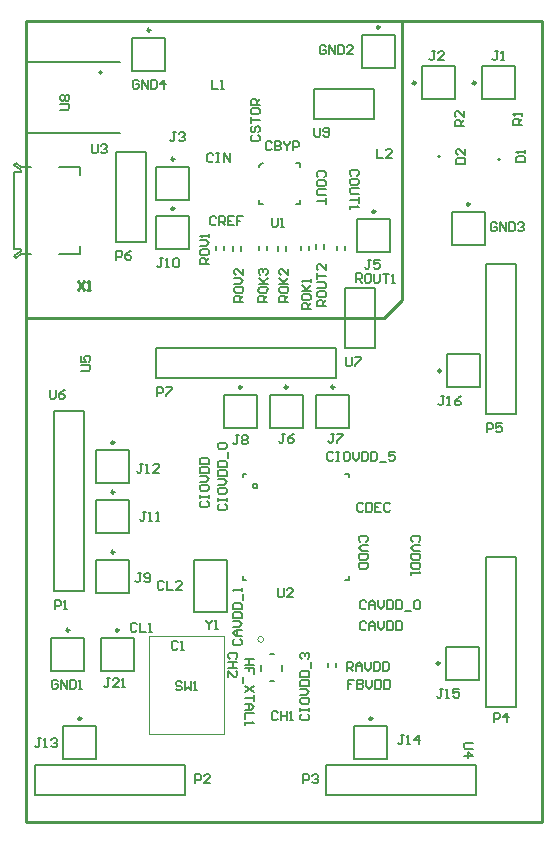
<source format=gto>
G04 Layer_Color=65535*
%FSLAX25Y25*%
%MOIN*%
G70*
G01*
G75*
%ADD28C,0.01000*%
%ADD40C,0.00984*%
%ADD41C,0.00000*%
%ADD42C,0.00500*%
%ADD43C,0.00800*%
%ADD44C,0.00591*%
%ADD45C,0.00787*%
%ADD46C,0.00600*%
%ADD47C,0.00200*%
D28*
X125500Y174000D02*
Y267000D01*
X6000Y168000D02*
X119500D01*
X0D02*
X6000D01*
X157380Y221153D02*
X157620D01*
X137380Y222153D02*
X137620D01*
X119500Y168000D02*
X125500Y174000D01*
X17500Y180499D02*
X19499Y177500D01*
Y180499D02*
X17500Y177500D01*
X20499D02*
X21499D01*
X20999D01*
Y180499D01*
X20499Y179999D01*
X0Y267000D02*
X172000D01*
X0Y0D02*
Y267000D01*
Y0D02*
X172000D01*
Y267000D01*
D40*
X102792Y145071D02*
G03*
X102792Y145071I-492J0D01*
G01*
X87292D02*
G03*
X87292Y145071I-492J0D01*
G01*
X71992D02*
G03*
X71992Y145071I-492J0D01*
G01*
X117992Y265071D02*
G03*
X117992Y265071I-492J0D01*
G01*
X49492Y221071D02*
G03*
X49492Y221071I-492J0D01*
G01*
X149921Y246500D02*
G03*
X149921Y246500I-492J0D01*
G01*
X129921D02*
G03*
X129921Y246500I-492J0D01*
G01*
X30992Y64071D02*
G03*
X30992Y64071I-492J0D01*
G01*
X29492Y126571D02*
G03*
X29492Y126571I-492J0D01*
G01*
X41492Y264071D02*
G03*
X41492Y264071I-492J0D01*
G01*
X14492Y64071D02*
G03*
X14492Y64071I-492J0D01*
G01*
X138421Y150500D02*
G03*
X138421Y150500I-492J0D01*
G01*
X137921Y53000D02*
G03*
X137921Y53000I-492J0D01*
G01*
X29492Y110071D02*
G03*
X29492Y110071I-492J0D01*
G01*
X49492Y204571D02*
G03*
X49492Y204571I-492J0D01*
G01*
X29492Y90071D02*
G03*
X29492Y90071I-492J0D01*
G01*
X116492Y203571D02*
G03*
X116492Y203571I-492J0D01*
G01*
X115492Y34571D02*
G03*
X115492Y34571I-492J0D01*
G01*
X18492D02*
G03*
X18492Y34571I-492J0D01*
G01*
X147992Y206071D02*
G03*
X147992Y206071I-492J0D01*
G01*
D41*
X79299Y60988D02*
G03*
X79299Y60988I-984J0D01*
G01*
D42*
X25500Y250000D02*
G03*
X25500Y250000I-500J0D01*
G01*
X56200Y70200D02*
Y87400D01*
X66900D01*
Y70200D02*
Y87400D01*
X56200Y70200D02*
X66900D01*
X81500Y56000D02*
X82681D01*
X78500Y50532D02*
Y52500D01*
X81500Y47000D02*
X82681D01*
X85500Y50532D02*
Y52500D01*
X51999Y46499D02*
X51499Y46999D01*
X50500D01*
X50000Y46499D01*
Y45999D01*
X50500Y45500D01*
X51499D01*
X51999Y45000D01*
Y44500D01*
X51499Y44000D01*
X50500D01*
X50000Y44500D01*
X52999Y46999D02*
Y44000D01*
X53999Y45000D01*
X54998Y44000D01*
Y46999D01*
X55998Y44000D02*
X56998D01*
X56498D01*
Y46999D01*
X55998Y46499D01*
X165500Y232500D02*
X162501D01*
Y233999D01*
X163001Y234499D01*
X164000D01*
X164500Y233999D01*
Y232500D01*
Y233500D02*
X165500Y234499D01*
Y235499D02*
Y236499D01*
Y235999D01*
X162501D01*
X163001Y235499D01*
X96100Y231599D02*
Y229100D01*
X96600Y228600D01*
X97600D01*
X98099Y229100D01*
Y231599D01*
X99099Y229100D02*
X99599Y228600D01*
X100599D01*
X101098Y229100D01*
Y231099D01*
X100599Y231599D01*
X99599D01*
X99099Y231099D01*
Y230599D01*
X99599Y230100D01*
X101098D01*
X106600Y155099D02*
Y152600D01*
X107100Y152100D01*
X108099D01*
X108599Y152600D01*
Y155099D01*
X109599D02*
X111598D01*
Y154599D01*
X109599Y152600D01*
Y152100D01*
X60000Y67499D02*
Y66999D01*
X61000Y66000D01*
X61999Y66999D01*
Y67499D01*
X61000Y66000D02*
Y64500D01*
X62999D02*
X63999D01*
X63499D01*
Y67499D01*
X62999Y66999D01*
X11501Y237500D02*
X14000D01*
X14500Y238000D01*
Y239000D01*
X14000Y239499D01*
X11501D01*
X12001Y240499D02*
X11501Y240999D01*
Y241999D01*
X12001Y242498D01*
X12501D01*
X13001Y241999D01*
X13500Y242498D01*
X14000D01*
X14500Y241999D01*
Y240999D01*
X14000Y240499D01*
X13500D01*
X13001Y240999D01*
X12501Y240499D01*
X12001D01*
X13001Y240999D02*
Y241999D01*
X75999Y54500D02*
X73000D01*
X74499D01*
Y52501D01*
X75999D01*
X73000D01*
X75999Y49502D02*
Y51501D01*
X74499D01*
Y50501D01*
Y51501D01*
X73000D01*
X72500Y48502D02*
Y46503D01*
X75999Y45503D02*
X73000Y43504D01*
X75999D02*
X73000Y45503D01*
X75999Y42504D02*
Y40505D01*
Y41504D01*
X73000D01*
Y39505D02*
X74999D01*
X75999Y38505D01*
X74999Y37505D01*
X73000D01*
X74499D01*
Y39505D01*
X75999Y36506D02*
X73000D01*
Y34506D01*
Y33507D02*
Y32507D01*
Y33007D01*
X75999D01*
X75499Y33507D01*
X143501Y219500D02*
X146500D01*
Y221000D01*
X146000Y221499D01*
X144001D01*
X143501Y221000D01*
Y219500D01*
X146500Y224498D02*
Y222499D01*
X144501Y224498D01*
X144001D01*
X143501Y223998D01*
Y222999D01*
X144001Y222499D01*
X163501Y220000D02*
X166500D01*
Y221499D01*
X166000Y221999D01*
X164001D01*
X163501Y221499D01*
Y220000D01*
X166500Y222999D02*
Y223999D01*
Y223499D01*
X163501D01*
X164001Y222999D01*
X72500Y173500D02*
X69501Y173480D01*
X69491Y174980D01*
X69988Y175483D01*
X70987Y175490D01*
X71491Y174993D01*
X71500Y173494D01*
X71494Y174493D02*
X72487Y175499D01*
X69472Y177979D02*
X69478Y176979D01*
X69981Y176483D01*
X71981Y176496D01*
X72477Y176999D01*
X72471Y177998D01*
X71968Y178495D01*
X69968Y178482D01*
X69472Y177979D01*
X69462Y179479D02*
X71461Y179491D01*
X72455Y180498D01*
X71448Y181491D01*
X69449Y181478D01*
X72429Y184496D02*
X72442Y182497D01*
X70429Y184483D01*
X69929Y184480D01*
X69433Y183977D01*
X69439Y182977D01*
X69942Y182481D01*
X61000Y186000D02*
X58002Y186055D01*
X58029Y187554D01*
X58538Y188045D01*
X59537Y188026D01*
X60028Y187517D01*
X60000Y186018D01*
X60019Y187018D02*
X61036Y187999D01*
X58084Y190553D02*
X58065Y189553D01*
X58556Y189044D01*
X60555Y189008D01*
X61064Y189498D01*
X61082Y190498D01*
X60592Y191007D01*
X58592Y191043D01*
X58084Y190553D01*
X58111Y192052D02*
X60110Y192015D01*
X61128Y192997D01*
X60146Y194014D01*
X58148Y194051D01*
X61164Y194996D02*
X61183Y195995D01*
X61173Y195495D01*
X58175Y195550D01*
X58666Y195041D01*
X100114Y172016D02*
X97115Y171988D01*
X97101Y173488D01*
X97597Y173992D01*
X98596Y174001D01*
X99101Y173506D01*
X99115Y172007D01*
X99105Y173006D02*
X100096Y174015D01*
X97074Y176487D02*
X97083Y175487D01*
X97588Y174992D01*
X99587Y175010D01*
X100082Y175514D01*
X100073Y176514D01*
X99568Y177009D01*
X97569Y176991D01*
X97074Y176487D01*
X97060Y177986D02*
X99559Y178009D01*
X100055Y178513D01*
X100045Y179513D01*
X99541Y180008D01*
X97042Y179985D01*
X97033Y180985D02*
X97014Y182984D01*
X97024Y181985D01*
X100022Y182012D01*
X99986Y186011D02*
X100004Y184011D01*
X97987Y185992D01*
X97487Y185988D01*
X96991Y185483D01*
X97001Y184484D01*
X97505Y183988D01*
X110000Y180000D02*
X110062Y182998D01*
X111561Y182967D01*
X112050Y182457D01*
X112030Y181458D01*
X111520Y180969D01*
X110021Y181000D01*
X111020Y180979D02*
X111999Y179959D01*
X114559Y182906D02*
X113560Y182926D01*
X113050Y182437D01*
X113009Y180438D01*
X113498Y179928D01*
X114498Y179907D01*
X115008Y180397D01*
X115049Y182396D01*
X114559Y182906D01*
X116059Y182875D02*
X116007Y180376D01*
X116497Y179866D01*
X117496Y179845D01*
X118006Y180335D01*
X118058Y182834D01*
X119057Y182813D02*
X121056Y182772D01*
X120056Y182792D01*
X119995Y179794D01*
X121994Y179753D02*
X122993Y179732D01*
X122493Y179742D01*
X122555Y182741D01*
X122045Y182251D01*
X80500Y173500D02*
X77501Y173545D01*
X77524Y175045D01*
X78031Y175537D01*
X79031Y175522D01*
X79523Y175014D01*
X79500Y173515D01*
X79516Y174515D02*
X80530Y175499D01*
X77570Y178043D02*
X77554Y177044D01*
X78047Y176537D01*
X80046Y176506D01*
X80553Y176998D01*
X80568Y177998D01*
X80076Y178505D01*
X78077Y178536D01*
X77570Y178043D01*
X77592Y179543D02*
X80591Y179497D01*
X79591Y179513D01*
X77622Y181542D01*
X79099Y180020D01*
X80621Y181497D01*
X78137Y182534D02*
X77645Y183041D01*
X77660Y184041D01*
X78168Y184533D01*
X78667Y184526D01*
X79160Y184018D01*
X79152Y183518D01*
X79160Y184018D01*
X79667Y184510D01*
X80167Y184503D01*
X80659Y183995D01*
X80644Y182996D01*
X80137Y182504D01*
X87500Y173500D02*
X84501Y173482D01*
X84492Y174982D01*
X84989Y175485D01*
X85989Y175490D01*
X86492Y174994D01*
X86500Y173494D01*
X86494Y174494D02*
X87488Y175499D01*
X84474Y177981D02*
X84480Y176981D01*
X84983Y176484D01*
X86982Y176496D01*
X87479Y176999D01*
X87473Y177998D01*
X86971Y178495D01*
X84971Y178483D01*
X84474Y177981D01*
X84465Y179480D02*
X87464Y179498D01*
X86465Y179492D01*
X84454Y181480D01*
X85962Y179989D01*
X87453Y181497D01*
X87435Y184496D02*
X87447Y182497D01*
X85436Y184484D01*
X84936Y184482D01*
X84439Y183979D01*
X84445Y182979D01*
X84948Y182482D01*
X95000Y171000D02*
X92001Y170984D01*
X91993Y172483D01*
X92490Y172986D01*
X93490Y172991D01*
X93992Y172494D01*
X94000Y170995D01*
X93995Y171994D02*
X94989Y172999D01*
X91976Y175482D02*
X91982Y174483D01*
X92484Y173985D01*
X94484Y173996D01*
X94981Y174499D01*
X94976Y175498D01*
X94473Y175996D01*
X92474Y175985D01*
X91976Y175482D01*
X91968Y176982D02*
X94967Y176998D01*
X93968Y176992D01*
X91957Y178981D01*
X93465Y177490D01*
X94956Y178997D01*
X94951Y179997D02*
X94946Y180997D01*
X94948Y180497D01*
X91949Y180480D01*
X92452Y179983D01*
X107000Y50500D02*
Y53499D01*
X108500D01*
X108999Y52999D01*
Y51999D01*
X108500Y51500D01*
X107000D01*
X108000D02*
X108999Y50500D01*
X109999D02*
Y52499D01*
X110999Y53499D01*
X111998Y52499D01*
Y50500D01*
Y51999D01*
X109999D01*
X112998Y53499D02*
Y51500D01*
X113998Y50500D01*
X114997Y51500D01*
Y53499D01*
X115997D02*
Y50500D01*
X117497D01*
X117996Y51000D01*
Y52999D01*
X117497Y53499D01*
X115997D01*
X118996D02*
Y50500D01*
X120496D01*
X120995Y51000D01*
Y52999D01*
X120496Y53499D01*
X118996D01*
X146000Y232000D02*
X143001D01*
Y233500D01*
X143501Y233999D01*
X144501D01*
X145000Y233500D01*
Y232000D01*
Y233000D02*
X146000Y233999D01*
Y236998D02*
Y234999D01*
X144001Y236998D01*
X143501D01*
X143001Y236498D01*
Y235499D01*
X143501Y234999D01*
X43600Y142100D02*
Y145099D01*
X45099D01*
X45599Y144599D01*
Y143599D01*
X45099Y143100D01*
X43600D01*
X46599Y145099D02*
X48598D01*
Y144599D01*
X46599Y142600D01*
Y142100D01*
X30100Y187600D02*
Y190599D01*
X31600D01*
X32099Y190099D01*
Y189100D01*
X31600Y188600D01*
X30100D01*
X35098Y190599D02*
X34099Y190099D01*
X33099Y189100D01*
Y188100D01*
X33599Y187600D01*
X34599D01*
X35098Y188100D01*
Y188600D01*
X34599Y189100D01*
X33099D01*
X153600Y130100D02*
Y133099D01*
X155099D01*
X155599Y132599D01*
Y131599D01*
X155099Y131100D01*
X153600D01*
X158598Y133099D02*
X156599D01*
Y131599D01*
X157599Y132099D01*
X158099D01*
X158598Y131599D01*
Y130600D01*
X158099Y130100D01*
X157099D01*
X156599Y130600D01*
X156000Y33500D02*
Y36499D01*
X157500D01*
X157999Y35999D01*
Y34999D01*
X157500Y34500D01*
X156000D01*
X160499Y33500D02*
Y36499D01*
X158999Y34999D01*
X160998D01*
X92500Y13000D02*
Y15999D01*
X93999D01*
X94499Y15499D01*
Y14500D01*
X93999Y14000D01*
X92500D01*
X95499Y15499D02*
X95999Y15999D01*
X96999D01*
X97498Y15499D01*
Y14999D01*
X96999Y14500D01*
X96499D01*
X96999D01*
X97498Y14000D01*
Y13500D01*
X96999Y13000D01*
X95999D01*
X95499Y13500D01*
X56500Y13000D02*
Y15999D01*
X57999D01*
X58499Y15499D01*
Y14500D01*
X57999Y14000D01*
X56500D01*
X61498Y13000D02*
X59499D01*
X61498Y14999D01*
Y15499D01*
X60999Y15999D01*
X59999D01*
X59499Y15499D01*
X9600Y71100D02*
Y74099D01*
X11100D01*
X11599Y73599D01*
Y72600D01*
X11100Y72100D01*
X9600D01*
X12599Y71100D02*
X13599D01*
X13099D01*
Y74099D01*
X12599Y73599D01*
X117000Y224499D02*
Y221500D01*
X118999D01*
X121998D02*
X119999D01*
X121998Y223499D01*
Y223999D01*
X121499Y224499D01*
X120499D01*
X119999Y223999D01*
X62000Y247499D02*
Y244500D01*
X63999D01*
X64999D02*
X65999D01*
X65499D01*
Y247499D01*
X64999Y246999D01*
X114999Y187499D02*
X114000D01*
X114499D01*
Y185000D01*
X114000Y184500D01*
X113500D01*
X113000Y185000D01*
X117998Y187499D02*
X115999D01*
Y186000D01*
X116999Y186499D01*
X117499D01*
X117998Y186000D01*
Y185000D01*
X117499Y184500D01*
X116499D01*
X115999Y185000D01*
X49999Y229999D02*
X49000D01*
X49499D01*
Y227500D01*
X49000Y227000D01*
X48500D01*
X48000Y227500D01*
X50999Y229499D02*
X51499Y229999D01*
X52499D01*
X52998Y229499D01*
Y228999D01*
X52499Y228500D01*
X51999D01*
X52499D01*
X52998Y228000D01*
Y227500D01*
X52499Y227000D01*
X51499D01*
X50999Y227500D01*
X136499Y256999D02*
X135500D01*
X136000D01*
Y254500D01*
X135500Y254000D01*
X135000D01*
X134500Y254500D01*
X139498Y254000D02*
X137499D01*
X139498Y255999D01*
Y256499D01*
X138999Y256999D01*
X137999D01*
X137499Y256499D01*
X157499Y256999D02*
X156500D01*
X157000D01*
Y254500D01*
X156500Y254000D01*
X156000D01*
X155500Y254500D01*
X158499Y254000D02*
X159499D01*
X158999D01*
Y256999D01*
X158499Y256499D01*
X109499Y47499D02*
X107500D01*
Y46000D01*
X108500D01*
X107500D01*
Y44500D01*
X110499Y47499D02*
Y44500D01*
X111999D01*
X112498Y45000D01*
Y45500D01*
X111999Y46000D01*
X110499D01*
X111999D01*
X112498Y46499D01*
Y46999D01*
X111999Y47499D01*
X110499D01*
X113498D02*
Y45500D01*
X114498Y44500D01*
X115497Y45500D01*
Y47499D01*
X116497D02*
Y44500D01*
X117997D01*
X118496Y45000D01*
Y46999D01*
X117997Y47499D01*
X116497D01*
X119496D02*
Y44500D01*
X120996D01*
X121495Y45000D01*
Y46999D01*
X120996Y47499D01*
X119496D01*
X113499Y93501D02*
X113999Y94001D01*
Y95000D01*
X113499Y95500D01*
X111500D01*
X111000Y95000D01*
Y94001D01*
X111500Y93501D01*
X113999Y92501D02*
X112000D01*
X111000Y91501D01*
X112000Y90502D01*
X113999D01*
Y89502D02*
X111000D01*
Y88002D01*
X111500Y87503D01*
X113499D01*
X113999Y88002D01*
Y89502D01*
Y86503D02*
X111000D01*
Y85003D01*
X111500Y84504D01*
X113499D01*
X113999Y85003D01*
Y86503D01*
X130999Y93501D02*
X131499Y94001D01*
Y95000D01*
X130999Y95500D01*
X129000D01*
X128500Y95000D01*
Y94001D01*
X129000Y93501D01*
X131499Y92501D02*
X129500D01*
X128500Y91501D01*
X129500Y90502D01*
X131499D01*
Y89502D02*
X128500D01*
Y88002D01*
X129000Y87503D01*
X130999D01*
X131499Y88002D01*
Y89502D01*
Y86503D02*
X128500D01*
Y85003D01*
X129000Y84504D01*
X130999D01*
X131499Y85003D01*
Y86503D01*
X128500Y83504D02*
Y82504D01*
Y83004D01*
X131499D01*
X130999Y83504D01*
X75501Y228999D02*
X75001Y228500D01*
Y227500D01*
X75501Y227000D01*
X77500D01*
X78000Y227500D01*
Y228500D01*
X77500Y228999D01*
X75501Y231998D02*
X75001Y231499D01*
Y230499D01*
X75501Y229999D01*
X76001D01*
X76500Y230499D01*
Y231499D01*
X77000Y231998D01*
X77500D01*
X78000Y231499D01*
Y230499D01*
X77500Y229999D01*
X75001Y232998D02*
Y234997D01*
Y233998D01*
X78000D01*
X75001Y237497D02*
Y236497D01*
X75501Y235997D01*
X77500D01*
X78000Y236497D01*
Y237497D01*
X77500Y237996D01*
X75501D01*
X75001Y237497D01*
X78000Y238996D02*
X75001D01*
Y240496D01*
X75501Y240996D01*
X76500D01*
X77000Y240496D01*
Y238996D01*
Y239996D02*
X78000Y240996D01*
X63499Y201499D02*
X62999Y201999D01*
X62000D01*
X61500Y201499D01*
Y199500D01*
X62000Y199000D01*
X62999D01*
X63499Y199500D01*
X64499Y199000D02*
Y201999D01*
X65999D01*
X66498Y201499D01*
Y200500D01*
X65999Y200000D01*
X64499D01*
X65499D02*
X66498Y199000D01*
X69497Y201999D02*
X67498D01*
Y199000D01*
X69497D01*
X67498Y200500D02*
X68498D01*
X72496Y201999D02*
X70497D01*
Y200500D01*
X71497D01*
X70497D01*
Y199000D01*
X99499Y215001D02*
X99999Y215500D01*
Y216500D01*
X99499Y217000D01*
X97500D01*
X97000Y216500D01*
Y215500D01*
X97500Y215001D01*
X99999Y212502D02*
Y213501D01*
X99499Y214001D01*
X97500D01*
X97000Y213501D01*
Y212502D01*
X97500Y212002D01*
X99499D01*
X99999Y212502D01*
Y211002D02*
X97500D01*
X97000Y210502D01*
Y209502D01*
X97500Y209003D01*
X99999D01*
Y208003D02*
Y206004D01*
Y207003D01*
X97000D01*
X110499Y215501D02*
X110999Y216001D01*
Y217000D01*
X110499Y217500D01*
X108500D01*
X108000Y217000D01*
Y216001D01*
X108500Y215501D01*
X110999Y213001D02*
Y214001D01*
X110499Y214501D01*
X108500D01*
X108000Y214001D01*
Y213001D01*
X108500Y212502D01*
X110499D01*
X110999Y213001D01*
Y211502D02*
X108500D01*
X108000Y211002D01*
Y210002D01*
X108500Y209503D01*
X110999D01*
Y208503D02*
Y206504D01*
Y207503D01*
X108000D01*
Y205504D02*
Y204504D01*
Y205004D01*
X110999D01*
X110499Y205504D01*
X45999Y79999D02*
X45500Y80499D01*
X44500D01*
X44000Y79999D01*
Y78000D01*
X44500Y77500D01*
X45500D01*
X45999Y78000D01*
X46999Y80499D02*
Y77500D01*
X48998D01*
X51997D02*
X49998D01*
X51997Y79499D01*
Y79999D01*
X51498Y80499D01*
X50498D01*
X49998Y79999D01*
X36999Y65999D02*
X36500Y66499D01*
X35500D01*
X35000Y65999D01*
Y64000D01*
X35500Y63500D01*
X36500D01*
X36999Y64000D01*
X37999Y66499D02*
Y63500D01*
X39998D01*
X40998D02*
X41998D01*
X41498D01*
Y66499D01*
X40998Y65999D01*
X58501Y106999D02*
X58001Y106500D01*
Y105500D01*
X58501Y105000D01*
X60500D01*
X61000Y105500D01*
Y106500D01*
X60500Y106999D01*
X58001Y107999D02*
Y108999D01*
Y108499D01*
X61000D01*
Y107999D01*
Y108999D01*
X58001Y111998D02*
Y110998D01*
X58501Y110498D01*
X60500D01*
X61000Y110998D01*
Y111998D01*
X60500Y112498D01*
X58501D01*
X58001Y111998D01*
Y113497D02*
X60000D01*
X61000Y114497D01*
X60000Y115497D01*
X58001D01*
Y116496D02*
X61000D01*
Y117996D01*
X60500Y118496D01*
X58501D01*
X58001Y117996D01*
Y116496D01*
Y119495D02*
X61000D01*
Y120995D01*
X60500Y121495D01*
X58501D01*
X58001Y120995D01*
Y119495D01*
X102499Y122999D02*
X101999Y123499D01*
X101000D01*
X100500Y122999D01*
Y121000D01*
X101000Y120500D01*
X101999D01*
X102499Y121000D01*
X103499Y123499D02*
X104499D01*
X103999D01*
Y120500D01*
X103499D01*
X104499D01*
X107498Y123499D02*
X106498D01*
X105998Y122999D01*
Y121000D01*
X106498Y120500D01*
X107498D01*
X107998Y121000D01*
Y122999D01*
X107498Y123499D01*
X108997D02*
Y121500D01*
X109997Y120500D01*
X110997Y121500D01*
Y123499D01*
X111996D02*
Y120500D01*
X113496D01*
X113996Y121000D01*
Y122999D01*
X113496Y123499D01*
X111996D01*
X114995D02*
Y120500D01*
X116495D01*
X116995Y121000D01*
Y122999D01*
X116495Y123499D01*
X114995D01*
X117994Y120000D02*
X119994D01*
X122993Y123499D02*
X120993D01*
Y122000D01*
X121993Y122499D01*
X122493D01*
X122993Y122000D01*
Y121000D01*
X122493Y120500D01*
X121493D01*
X120993Y121000D01*
X92001Y35999D02*
X91501Y35500D01*
Y34500D01*
X92001Y34000D01*
X94000D01*
X94500Y34500D01*
Y35500D01*
X94000Y35999D01*
X91501Y36999D02*
Y37999D01*
Y37499D01*
X94500D01*
Y36999D01*
Y37999D01*
X91501Y40998D02*
Y39998D01*
X92001Y39498D01*
X94000D01*
X94500Y39998D01*
Y40998D01*
X94000Y41498D01*
X92001D01*
X91501Y40998D01*
Y42497D02*
X93500D01*
X94500Y43497D01*
X93500Y44497D01*
X91501D01*
Y45496D02*
X94500D01*
Y46996D01*
X94000Y47496D01*
X92001D01*
X91501Y46996D01*
Y45496D01*
Y48495D02*
X94500D01*
Y49995D01*
X94000Y50495D01*
X92001D01*
X91501Y49995D01*
Y48495D01*
X95000Y51494D02*
Y53494D01*
X92001Y54493D02*
X91501Y54993D01*
Y55993D01*
X92001Y56493D01*
X92501D01*
X93001Y55993D01*
Y55493D01*
Y55993D01*
X93500Y56493D01*
X94000D01*
X94500Y55993D01*
Y54993D01*
X94000Y54493D01*
X64501Y105999D02*
X64001Y105499D01*
Y104500D01*
X64501Y104000D01*
X66500D01*
X67000Y104500D01*
Y105499D01*
X66500Y105999D01*
X64001Y106999D02*
Y107999D01*
Y107499D01*
X67000D01*
Y106999D01*
Y107999D01*
X64001Y110998D02*
Y109998D01*
X64501Y109498D01*
X66500D01*
X67000Y109998D01*
Y110998D01*
X66500Y111498D01*
X64501D01*
X64001Y110998D01*
Y112497D02*
X66000D01*
X67000Y113497D01*
X66000Y114497D01*
X64001D01*
Y115496D02*
X67000D01*
Y116996D01*
X66500Y117496D01*
X64501D01*
X64001Y116996D01*
Y115496D01*
Y118495D02*
X67000D01*
Y119995D01*
X66500Y120495D01*
X64501D01*
X64001Y119995D01*
Y118495D01*
X67500Y121494D02*
Y123494D01*
X64501Y124493D02*
X64001Y124993D01*
Y125993D01*
X64501Y126493D01*
X66500D01*
X67000Y125993D01*
Y124993D01*
X66500Y124493D01*
X64501D01*
X62499Y222499D02*
X61999Y222999D01*
X61000D01*
X60500Y222499D01*
Y220500D01*
X61000Y220000D01*
X61999D01*
X62499Y220500D01*
X63499Y222999D02*
X64499D01*
X63999D01*
Y220000D01*
X63499D01*
X64499D01*
X65998D02*
Y222999D01*
X67998Y220000D01*
Y222999D01*
X69999Y54501D02*
X70499Y55001D01*
Y56000D01*
X69999Y56500D01*
X68000D01*
X67500Y56000D01*
Y55001D01*
X68000Y54501D01*
X70499Y53501D02*
X67500D01*
X68999D01*
Y51502D01*
X70499D01*
X67500D01*
Y48503D02*
Y50502D01*
X69499Y48503D01*
X69999D01*
X70499Y49002D01*
Y50002D01*
X69999Y50502D01*
X83999Y36499D02*
X83499Y36999D01*
X82500D01*
X82000Y36499D01*
Y34500D01*
X82500Y34000D01*
X83499D01*
X83999Y34500D01*
X84999Y36999D02*
Y34000D01*
Y35500D01*
X86998D01*
Y36999D01*
Y34000D01*
X87998D02*
X88998D01*
X88498D01*
Y36999D01*
X87998Y36499D01*
X112499Y105999D02*
X111999Y106499D01*
X111000D01*
X110500Y105999D01*
Y104000D01*
X111000Y103500D01*
X111999D01*
X112499Y104000D01*
X113499Y106499D02*
Y103500D01*
X114999D01*
X115498Y104000D01*
Y105999D01*
X114999Y106499D01*
X113499D01*
X118497D02*
X116498D01*
Y103500D01*
X118497D01*
X116498Y104999D02*
X117498D01*
X121496Y105999D02*
X120997Y106499D01*
X119997D01*
X119497Y105999D01*
Y104000D01*
X119997Y103500D01*
X120997D01*
X121496Y104000D01*
X81999Y226499D02*
X81499Y226999D01*
X80500D01*
X80000Y226499D01*
Y224500D01*
X80500Y224000D01*
X81499D01*
X81999Y224500D01*
X82999Y226999D02*
Y224000D01*
X84499D01*
X84998Y224500D01*
Y225000D01*
X84499Y225500D01*
X82999D01*
X84499D01*
X84998Y225999D01*
Y226499D01*
X84499Y226999D01*
X82999D01*
X85998D02*
Y226499D01*
X86998Y225500D01*
X87997Y226499D01*
Y226999D01*
X86998Y225500D02*
Y224000D01*
X88997D02*
Y226999D01*
X90497D01*
X90996Y226499D01*
Y225500D01*
X90497Y225000D01*
X88997D01*
X113499Y66499D02*
X112999Y66999D01*
X112000D01*
X111500Y66499D01*
Y64500D01*
X112000Y64000D01*
X112999D01*
X113499Y64500D01*
X114499Y64000D02*
Y65999D01*
X115499Y66999D01*
X116498Y65999D01*
Y64000D01*
Y65500D01*
X114499D01*
X117498Y66999D02*
Y65000D01*
X118498Y64000D01*
X119497Y65000D01*
Y66999D01*
X120497D02*
Y64000D01*
X121997D01*
X122496Y64500D01*
Y66499D01*
X121997Y66999D01*
X120497D01*
X123496D02*
Y64000D01*
X124996D01*
X125496Y64500D01*
Y66499D01*
X124996Y66999D01*
X123496D01*
X69501Y60999D02*
X69001Y60500D01*
Y59500D01*
X69501Y59000D01*
X71500D01*
X72000Y59500D01*
Y60500D01*
X71500Y60999D01*
X72000Y61999D02*
X70001D01*
X69001Y62999D01*
X70001Y63998D01*
X72000D01*
X70500D01*
Y61999D01*
X69001Y64998D02*
X71000D01*
X72000Y65998D01*
X71000Y66997D01*
X69001D01*
Y67997D02*
X72000D01*
Y69497D01*
X71500Y69996D01*
X69501D01*
X69001Y69497D01*
Y67997D01*
Y70996D02*
X72000D01*
Y72496D01*
X71500Y72996D01*
X69501D01*
X69001Y72496D01*
Y70996D01*
X72500Y73995D02*
Y75994D01*
X72000Y76994D02*
Y77994D01*
Y77494D01*
X69001D01*
X69501Y76994D01*
X113499Y73499D02*
X112999Y73999D01*
X112000D01*
X111500Y73499D01*
Y71500D01*
X112000Y71000D01*
X112999D01*
X113499Y71500D01*
X114499Y71000D02*
Y72999D01*
X115499Y73999D01*
X116498Y72999D01*
Y71000D01*
Y72500D01*
X114499D01*
X117498Y73999D02*
Y72000D01*
X118498Y71000D01*
X119497Y72000D01*
Y73999D01*
X120497D02*
Y71000D01*
X121997D01*
X122496Y71500D01*
Y73499D01*
X121997Y73999D01*
X120497D01*
X123496D02*
Y71000D01*
X124996D01*
X125496Y71500D01*
Y73499D01*
X124996Y73999D01*
X123496D01*
X126495Y70500D02*
X128495D01*
X129494Y73499D02*
X129994Y73999D01*
X130994D01*
X131493Y73499D01*
Y71500D01*
X130994Y71000D01*
X129994D01*
X129494Y71500D01*
Y73499D01*
X50599Y60099D02*
X50099Y60599D01*
X49100D01*
X48600Y60099D01*
Y58100D01*
X49100Y57600D01*
X50099D01*
X50599Y58100D01*
X51599Y57600D02*
X52599D01*
X52099D01*
Y60599D01*
X51599Y60099D01*
X82000Y201499D02*
Y199000D01*
X82500Y198500D01*
X83499D01*
X83999Y199000D01*
Y201499D01*
X84999Y198500D02*
X85999D01*
X85499D01*
Y201499D01*
X84999Y200999D01*
X22000Y225999D02*
Y223500D01*
X22500Y223000D01*
X23499D01*
X23999Y223500D01*
Y225999D01*
X24999Y225499D02*
X25499Y225999D01*
X26499D01*
X26998Y225499D01*
Y224999D01*
X26499Y224500D01*
X25999D01*
X26499D01*
X26998Y224000D01*
Y223500D01*
X26499Y223000D01*
X25499D01*
X24999Y223500D01*
X148999Y26500D02*
X146500D01*
X146000Y26000D01*
Y25001D01*
X146500Y24501D01*
X148999D01*
X146000Y22001D02*
X148999D01*
X147500Y23501D01*
Y21502D01*
X7900Y144199D02*
Y141700D01*
X8400Y141200D01*
X9399D01*
X9899Y141700D01*
Y144199D01*
X12898D02*
X11899Y143699D01*
X10899Y142700D01*
Y141700D01*
X11399Y141200D01*
X12399D01*
X12898Y141700D01*
Y142200D01*
X12399Y142700D01*
X10899D01*
X18501Y150500D02*
X21000D01*
X21500Y151000D01*
Y151999D01*
X21000Y152499D01*
X18501D01*
Y155498D02*
Y153499D01*
X20000D01*
X19501Y154499D01*
Y154999D01*
X20000Y155498D01*
X21000D01*
X21500Y154999D01*
Y153999D01*
X21000Y153499D01*
X86299Y129499D02*
X85300D01*
X85799D01*
Y127000D01*
X85300Y126500D01*
X84800D01*
X84300Y127000D01*
X89298Y129499D02*
X88299Y128999D01*
X87299Y127999D01*
Y127000D01*
X87799Y126500D01*
X88799D01*
X89298Y127000D01*
Y127500D01*
X88799Y127999D01*
X87299D01*
X102799Y129499D02*
X101800D01*
X102299D01*
Y127000D01*
X101800Y126500D01*
X101300D01*
X100800Y127000D01*
X103799Y129499D02*
X105798D01*
Y128999D01*
X103799Y127000D01*
Y126500D01*
X70999Y128999D02*
X70000D01*
X70499D01*
Y126500D01*
X70000Y126000D01*
X69500D01*
X69000Y126500D01*
X71999Y128499D02*
X72499Y128999D01*
X73499D01*
X73998Y128499D01*
Y127999D01*
X73499Y127499D01*
X73998Y127000D01*
Y126500D01*
X73499Y126000D01*
X72499D01*
X71999Y126500D01*
Y127000D01*
X72499Y127499D01*
X71999Y127999D01*
Y128499D01*
X72499Y127499D02*
X73499D01*
X38499Y82999D02*
X37500D01*
X37999D01*
Y80500D01*
X37500Y80000D01*
X37000D01*
X36500Y80500D01*
X39499D02*
X39999Y80000D01*
X40999D01*
X41498Y80500D01*
Y82499D01*
X40999Y82999D01*
X39999D01*
X39499Y82499D01*
Y81999D01*
X39999Y81499D01*
X41498D01*
X45599Y188099D02*
X44600D01*
X45099D01*
Y185600D01*
X44600Y185100D01*
X44100D01*
X43600Y185600D01*
X46599Y185100D02*
X47599D01*
X47099D01*
Y188099D01*
X46599Y187599D01*
X49098D02*
X49598Y188099D01*
X50598D01*
X51098Y187599D01*
Y185600D01*
X50598Y185100D01*
X49598D01*
X49098Y185600D01*
Y187599D01*
X39999Y103499D02*
X39000D01*
X39500D01*
Y101000D01*
X39000Y100500D01*
X38500D01*
X38000Y101000D01*
X40999Y100500D02*
X41999D01*
X41499D01*
Y103499D01*
X40999Y102999D01*
X43498Y100500D02*
X44498D01*
X43998D01*
Y103499D01*
X43498Y102999D01*
X4999Y27999D02*
X4000D01*
X4499D01*
Y25500D01*
X4000Y25000D01*
X3500D01*
X3000Y25500D01*
X5999Y25000D02*
X6999D01*
X6499D01*
Y27999D01*
X5999Y27499D01*
X8498D02*
X8998Y27999D01*
X9998D01*
X10498Y27499D01*
Y26999D01*
X9998Y26500D01*
X9498D01*
X9998D01*
X10498Y26000D01*
Y25500D01*
X9998Y25000D01*
X8998D01*
X8498Y25500D01*
X125999Y28999D02*
X125000D01*
X125499D01*
Y26500D01*
X125000Y26000D01*
X124500D01*
X124000Y26500D01*
X126999Y26000D02*
X127999D01*
X127499D01*
Y28999D01*
X126999Y28499D01*
X130998Y26000D02*
Y28999D01*
X129498Y27499D01*
X131498D01*
X138899Y44599D02*
X137900D01*
X138400D01*
Y42100D01*
X137900Y41600D01*
X137400D01*
X136900Y42100D01*
X139899Y41600D02*
X140899D01*
X140399D01*
Y44599D01*
X139899Y44099D01*
X144398Y44599D02*
X142398D01*
Y43099D01*
X143398Y43599D01*
X143898D01*
X144398Y43099D01*
Y42100D01*
X143898Y41600D01*
X142898D01*
X142398Y42100D01*
X139399Y142099D02*
X138400D01*
X138900D01*
Y139600D01*
X138400Y139100D01*
X137900D01*
X137400Y139600D01*
X140399Y139100D02*
X141399D01*
X140899D01*
Y142099D01*
X140399Y141599D01*
X144898Y142099D02*
X143898Y141599D01*
X142898Y140600D01*
Y139600D01*
X143398Y139100D01*
X144398D01*
X144898Y139600D01*
Y140100D01*
X144398Y140600D01*
X142898D01*
X10599Y47099D02*
X10099Y47599D01*
X9100D01*
X8600Y47099D01*
Y45100D01*
X9100Y44600D01*
X10099D01*
X10599Y45100D01*
Y46099D01*
X9600D01*
X11599Y44600D02*
Y47599D01*
X13598Y44600D01*
Y47599D01*
X14598D02*
Y44600D01*
X16098D01*
X16597Y45100D01*
Y47099D01*
X16098Y47599D01*
X14598D01*
X17597Y44600D02*
X18597D01*
X18097D01*
Y47599D01*
X17597Y47099D01*
X99999Y258499D02*
X99499Y258999D01*
X98500D01*
X98000Y258499D01*
Y256500D01*
X98500Y256000D01*
X99499D01*
X99999Y256500D01*
Y257500D01*
X99000D01*
X100999Y256000D02*
Y258999D01*
X102998Y256000D01*
Y258999D01*
X103998D02*
Y256000D01*
X105498D01*
X105997Y256500D01*
Y258499D01*
X105498Y258999D01*
X103998D01*
X108996Y256000D02*
X106997D01*
X108996Y257999D01*
Y258499D01*
X108497Y258999D01*
X107497D01*
X106997Y258499D01*
X156999Y199499D02*
X156500Y199999D01*
X155500D01*
X155000Y199499D01*
Y197500D01*
X155500Y197000D01*
X156500D01*
X156999Y197500D01*
Y198500D01*
X156000D01*
X157999Y197000D02*
Y199999D01*
X159998Y197000D01*
Y199999D01*
X160998D02*
Y197000D01*
X162498D01*
X162997Y197500D01*
Y199499D01*
X162498Y199999D01*
X160998D01*
X163997Y199499D02*
X164497Y199999D01*
X165497D01*
X165996Y199499D01*
Y198999D01*
X165497Y198500D01*
X164997D01*
X165497D01*
X165996Y198000D01*
Y197500D01*
X165497Y197000D01*
X164497D01*
X163997Y197500D01*
X37599Y247099D02*
X37099Y247599D01*
X36100D01*
X35600Y247099D01*
Y245100D01*
X36100Y244600D01*
X37099D01*
X37599Y245100D01*
Y246099D01*
X36600D01*
X38599Y244600D02*
Y247599D01*
X40598Y244600D01*
Y247599D01*
X41598D02*
Y244600D01*
X43098D01*
X43597Y245100D01*
Y247099D01*
X43098Y247599D01*
X41598D01*
X46097Y244600D02*
Y247599D01*
X44597Y246099D01*
X46596D01*
X38999Y119499D02*
X38000D01*
X38500D01*
Y117000D01*
X38000Y116500D01*
X37500D01*
X37000Y117000D01*
X39999Y116500D02*
X40999D01*
X40499D01*
Y119499D01*
X39999Y118999D01*
X44498Y116500D02*
X42498D01*
X44498Y118499D01*
Y118999D01*
X43998Y119499D01*
X42998D01*
X42498Y118999D01*
X27999Y47999D02*
X27000D01*
X27499D01*
Y45500D01*
X27000Y45000D01*
X26500D01*
X26000Y45500D01*
X30998Y45000D02*
X28999D01*
X30998Y46999D01*
Y47499D01*
X30499Y47999D01*
X29499D01*
X28999Y47499D01*
X31998Y45000D02*
X32998D01*
X32498D01*
Y47999D01*
X31998Y47499D01*
X84000Y77999D02*
Y75500D01*
X84500Y75000D01*
X85500D01*
X85999Y75500D01*
Y77999D01*
X88998Y75000D02*
X86999D01*
X88998Y76999D01*
Y77499D01*
X88499Y77999D01*
X87499D01*
X86999Y77499D01*
D43*
X77236Y112083D02*
G03*
X77236Y112083I-787J0D01*
G01*
X72284Y115035D02*
Y116217D01*
X73465D01*
X106535D02*
X107717D01*
Y115035D02*
Y116217D01*
Y80783D02*
Y81965D01*
X106535Y80783D02*
X107717D01*
X72284D02*
Y81965D01*
Y80783D02*
X73465D01*
D44*
X11106Y189406D02*
X18193D01*
X-1531D02*
X1854D01*
X-1531Y218539D02*
X1854D01*
X11106D02*
X18193D01*
Y189406D02*
Y192161D01*
Y215784D02*
Y218539D01*
X-3894Y188913D02*
X-3402Y188224D01*
X-3894Y188913D02*
X-1531Y190390D01*
X-3402Y188224D02*
X-1531Y189406D01*
X-3402Y219721D02*
X-1531Y218539D01*
X-3894Y219032D02*
X-1531Y217555D01*
X-3894Y219032D02*
X-3402Y219721D01*
X-3894Y191217D02*
Y216728D01*
Y191217D02*
X-1531D01*
Y190390D02*
Y191217D01*
X-3894Y216728D02*
X-1531D01*
Y217555D01*
D45*
X153500Y38333D02*
X163500D01*
X153500D02*
Y88333D01*
X163500Y38333D02*
Y88333D01*
X153500D02*
X163500D01*
X96788Y142512D02*
X107812D01*
X107812Y131488D02*
Y142512D01*
X96788Y131488D02*
X107812D01*
X96788Y131488D02*
Y142512D01*
X81288D02*
X92312D01*
X92312Y131488D02*
Y142512D01*
X81288Y131488D02*
X92312D01*
X81288Y131488D02*
Y142512D01*
X65988D02*
X77012D01*
X77012Y131488D02*
Y142512D01*
X65988Y131488D02*
X77012D01*
X65988Y131488D02*
Y142512D01*
X111988Y262512D02*
X123012D01*
X123012Y251488D02*
Y262512D01*
X111988Y251488D02*
X123012D01*
X111988Y251488D02*
Y262512D01*
X43488Y207488D02*
Y218512D01*
X43488Y207488D02*
X54512D01*
Y218512D01*
X43488Y218512D02*
X54512D01*
X151988Y240988D02*
X163012D01*
X163012Y240988D02*
Y252012D01*
X151988D02*
X163012D01*
X151988Y240988D02*
Y252012D01*
X131988Y240988D02*
X143012D01*
X143012Y240988D02*
Y252012D01*
X131988D02*
X143012D01*
X131988Y240988D02*
Y252012D01*
X24988Y61512D02*
X36012D01*
X36012Y50488D02*
Y61512D01*
X24988Y50488D02*
X36012D01*
X24988Y50488D02*
Y61512D01*
X23488Y124012D02*
X34512D01*
X34512Y112988D02*
Y124012D01*
X23488Y112988D02*
X34512D01*
X23488Y112988D02*
Y124012D01*
X35488Y261512D02*
X46512D01*
X46512Y250488D02*
Y261512D01*
X35488Y250488D02*
X46512D01*
X35488Y250488D02*
Y261512D01*
X8488Y61512D02*
X19512D01*
X19512Y50488D02*
Y61512D01*
X8488Y50488D02*
X19512D01*
X8488Y50488D02*
Y61512D01*
X140488Y144988D02*
Y156012D01*
X140488Y156012D02*
X151512D01*
Y144988D02*
Y156012D01*
X140488Y144988D02*
X151512D01*
X139988Y47488D02*
Y58512D01*
X139988Y58512D02*
X151012D01*
Y47488D02*
Y58512D01*
X139988Y47488D02*
X151012D01*
X23488Y107512D02*
X34512D01*
X34512Y96488D02*
Y107512D01*
X23488Y96488D02*
X34512D01*
X23488Y96488D02*
Y107512D01*
X43488Y202012D02*
X54512D01*
X54512Y190988D02*
Y202012D01*
X43488Y190988D02*
X54512D01*
X43488Y190988D02*
Y202012D01*
X23488Y87512D02*
X34512D01*
X34512Y76488D02*
Y87512D01*
X23488Y76488D02*
X34512D01*
X23488Y76488D02*
Y87512D01*
X77642Y218543D02*
Y218740D01*
X78823Y219921D01*
X79020D01*
X90043D02*
X91421D01*
Y218543D02*
Y219921D01*
Y206142D02*
Y207520D01*
X90043Y206142D02*
X91421D01*
X77642D02*
X79020D01*
X77642D02*
Y207520D01*
X110488Y189988D02*
Y201012D01*
X110488Y189988D02*
X121512D01*
Y201012D01*
X110488Y201012D02*
X121512D01*
X9500Y137000D02*
X19500D01*
X9500Y77000D02*
X19500D01*
X9500D02*
Y137000D01*
X19500Y77000D02*
Y137000D01*
X3000Y9000D02*
Y19000D01*
X53000D01*
X3000Y9000D02*
X53000D01*
Y19000D01*
X153500Y136000D02*
X163500D01*
X153500D02*
Y186000D01*
X163500Y136000D02*
Y186000D01*
X153500D02*
X163500D01*
X30000Y193500D02*
Y223500D01*
Y193500D02*
X40000D01*
Y223500D01*
X30000D02*
X40000D01*
X43500Y158000D02*
X103500D01*
X43500Y148000D02*
X103500D01*
Y158000D01*
X43500Y148000D02*
Y158000D01*
X103378Y51713D02*
Y53287D01*
X100622Y51713D02*
Y53287D01*
X91622Y190665D02*
Y192240D01*
X94378Y190665D02*
Y192240D01*
X84122Y190618D02*
Y192193D01*
X86878Y190618D02*
Y192193D01*
X80421Y190650D02*
Y192224D01*
X77665Y190650D02*
Y192224D01*
X103622Y190650D02*
Y192224D01*
X106378Y190650D02*
Y192224D01*
X99378Y191165D02*
Y192740D01*
X96622Y191165D02*
Y192740D01*
X63437Y190650D02*
Y192224D01*
X66193Y190650D02*
Y192224D01*
X71878Y190618D02*
Y192193D01*
X69122Y190618D02*
Y192193D01*
X106500Y158000D02*
X116500D01*
X106500D02*
Y178000D01*
X116500D01*
Y158000D02*
Y178000D01*
X116000Y234500D02*
Y244500D01*
X96000Y234500D02*
X116000D01*
X96000D02*
Y244500D01*
X116000D01*
X100167Y9000D02*
Y19000D01*
X150167D01*
X100167Y9000D02*
X150167D01*
Y19000D01*
X109488Y32012D02*
X120512D01*
X120512Y20988D02*
Y32012D01*
X109488Y20988D02*
X120512D01*
X109488Y20988D02*
Y32012D01*
X12488D02*
X23512D01*
X23512Y20988D02*
Y32012D01*
X12488Y20988D02*
X23512D01*
X12488Y20988D02*
Y32012D01*
X141988Y203512D02*
X153012D01*
X153012Y192488D02*
Y203512D01*
X141988Y192488D02*
X153012D01*
X141988Y192488D02*
Y203512D01*
D46*
X394Y229689D02*
X31299D01*
X394Y253311D02*
X31299D01*
X394Y229689D02*
Y253311D01*
D47*
X66000Y29500D02*
Y62000D01*
X41000D02*
X66000D01*
X41000Y29500D02*
Y62000D01*
Y29500D02*
X66000D01*
M02*

</source>
